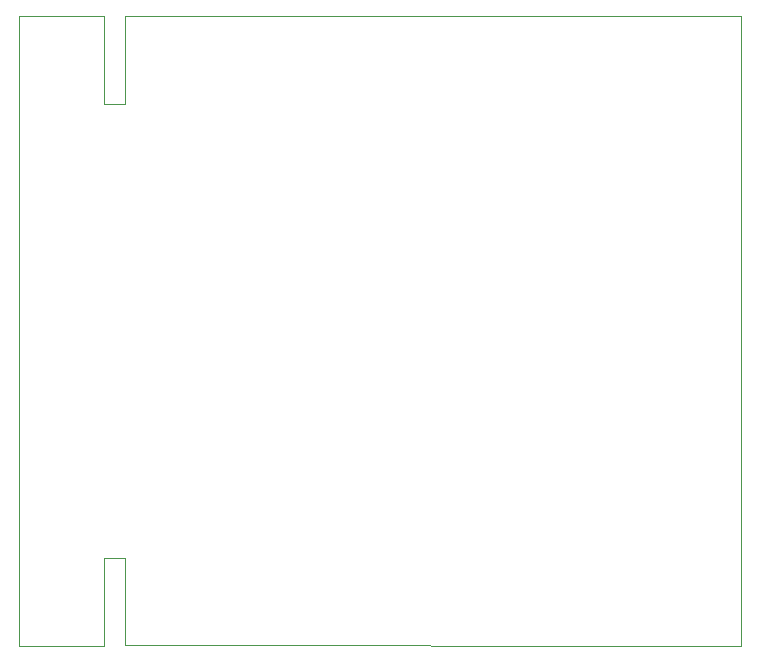
<source format=gbr>
%TF.GenerationSoftware,KiCad,Pcbnew,8.0.1*%
%TF.CreationDate,2024-04-15T14:43:50+02:00*%
%TF.ProjectId,zx81-bus-extender,7a783831-2d62-4757-932d-657874656e64,rev?*%
%TF.SameCoordinates,Original*%
%TF.FileFunction,Profile,NP*%
%FSLAX46Y46*%
G04 Gerber Fmt 4.6, Leading zero omitted, Abs format (unit mm)*
G04 Created by KiCad (PCBNEW 8.0.1) date 2024-04-15 14:43:50*
%MOMM*%
%LPD*%
G01*
G04 APERTURE LIST*
%TA.AperFunction,Profile*%
%ADD10C,0.100000*%
%TD*%
G04 APERTURE END LIST*
D10*
X88100000Y-86900000D02*
X80880000Y-86900000D01*
X88100000Y-94320000D02*
X89850000Y-94325000D01*
X88100000Y-94320000D02*
X88100000Y-86900000D01*
X89850000Y-94325000D02*
X89850000Y-86915000D01*
X142040000Y-86900000D02*
X89850000Y-86915000D01*
X88100000Y-132780000D02*
X89850000Y-132775000D01*
X88100000Y-132780000D02*
X88100000Y-140200000D01*
X89850000Y-132775000D02*
X89850000Y-140185000D01*
X88100000Y-140200000D02*
X80880000Y-140200000D01*
X80880000Y-140200000D02*
X80880000Y-86900000D01*
X142040000Y-140200000D02*
X89850000Y-140185000D01*
X142040000Y-86900000D02*
X142040000Y-140200000D01*
M02*

</source>
